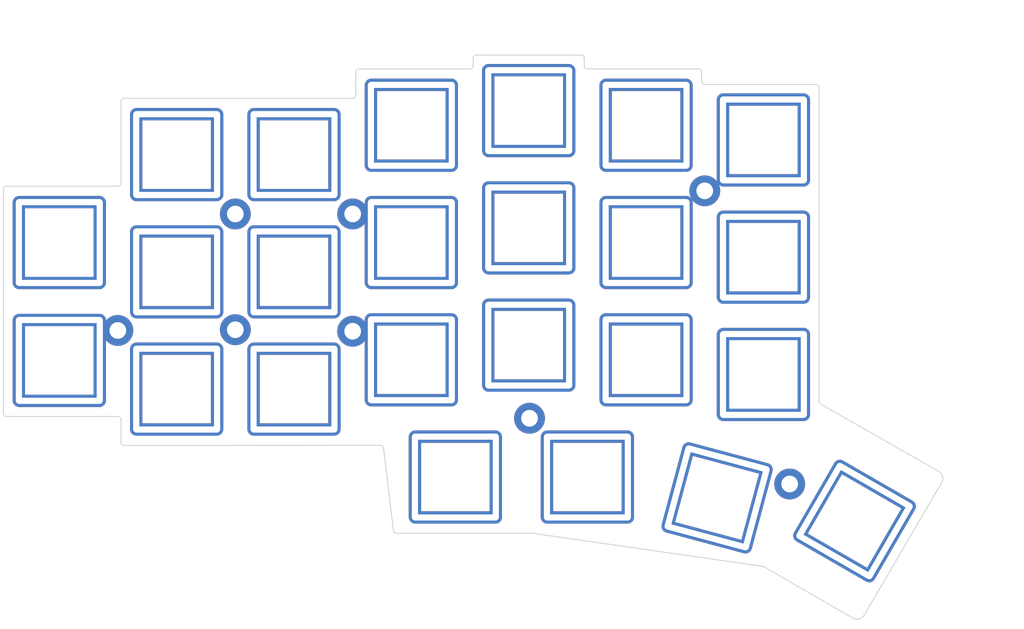
<source format=kicad_pcb>
(kicad_pcb (version 20171130) (host pcbnew "(5.1.9-10.11)")

  (general
    (thickness 1.6)
    (drawings 72)
    (tracks 0)
    (zones 0)
    (modules 32)
    (nets 8)
  )

  (page A4)
  (title_block
    (title "Corne Cherry")
    (date 2018-11-17)
    (rev 2.1)
    (company foostan)
  )

  (layers
    (0 F.Cu signal)
    (31 B.Cu signal)
    (32 B.Adhes user)
    (33 F.Adhes user)
    (34 B.Paste user)
    (35 F.Paste user)
    (36 B.SilkS user)
    (37 F.SilkS user)
    (38 B.Mask user)
    (39 F.Mask user)
    (40 Dwgs.User user)
    (41 Cmts.User user)
    (42 Eco1.User user)
    (43 Eco2.User user)
    (44 Edge.Cuts user)
    (45 Margin user)
    (46 B.CrtYd user)
    (47 F.CrtYd user)
    (48 B.Fab user)
    (49 F.Fab user)
  )

  (setup
    (last_trace_width 0.35)
    (user_trace_width 0.2)
    (user_trace_width 0.25)
    (user_trace_width 0.35)
    (user_trace_width 0.5)
    (user_trace_width 0.5)
    (trace_clearance 0.2)
    (zone_clearance 0.508)
    (zone_45_only yes)
    (trace_min 0.2)
    (via_size 0.6)
    (via_drill 0.4)
    (via_min_size 0.4)
    (via_min_drill 0.3)
    (user_via 0.7 0.4)
    (user_via 0.8 0.4)
    (uvia_size 0.3)
    (uvia_drill 0.1)
    (uvias_allowed no)
    (uvia_min_size 0.2)
    (uvia_min_drill 0.1)
    (edge_width 0.15)
    (segment_width 0.2)
    (pcb_text_width 0.3)
    (pcb_text_size 1.5 1.5)
    (mod_edge_width 0.15)
    (mod_text_size 1 1)
    (mod_text_width 0.15)
    (pad_size 5 5)
    (pad_drill 2.7)
    (pad_to_mask_clearance 0)
    (solder_mask_min_width 0.25)
    (aux_axis_origin 0 0)
    (grid_origin 49.25048 83.62598)
    (visible_elements 7FFFFFFF)
    (pcbplotparams
      (layerselection 0x010fc_ffffffff)
      (usegerberextensions true)
      (usegerberattributes false)
      (usegerberadvancedattributes false)
      (creategerberjobfile false)
      (excludeedgelayer true)
      (linewidth 0.100000)
      (plotframeref false)
      (viasonmask false)
      (mode 1)
      (useauxorigin false)
      (hpglpennumber 1)
      (hpglpenspeed 20)
      (hpglpendiameter 15.000000)
      (psnegative false)
      (psa4output false)
      (plotreference false)
      (plotvalue false)
      (plotinvisibletext false)
      (padsonsilk false)
      (subtractmaskfromsilk false)
      (outputformat 1)
      (mirror false)
      (drillshape 0)
      (scaleselection 1)
      (outputdirectory "gerber_fab3/"))
  )

  (net 0 "")
  (net 1 GND)
  (net 2 col0)
  (net 3 col1)
  (net 4 col2)
  (net 5 col3)
  (net 6 col4)
  (net 7 col5)

  (net_class Default "This is the default net class."
    (clearance 0.2)
    (trace_width 0.2)
    (via_dia 0.6)
    (via_drill 0.4)
    (uvia_dia 0.3)
    (uvia_drill 0.1)
    (add_net col0)
    (add_net col1)
    (add_net col2)
    (add_net col3)
    (add_net col4)
    (add_net col5)
  )

  (net_class Power ""
    (clearance 0.2)
    (trace_width 0.5)
    (via_dia 0.6)
    (via_drill 0.4)
    (uvia_dia 0.3)
    (uvia_drill 0.1)
  )

  (module SofleLib:CherryMX_Hole_2 (layer F.Cu) (tedit 60F3F737) (tstamp 60341985)
    (at 115.125 129.375 180)
    (path /60561775)
    (zone_connect 2)
    (fp_text reference SW24 (at 7.1 8.2) (layer F.SilkS) hide
      (effects (font (size 1 1) (thickness 0.15)))
    )
    (fp_text value SW_PUSH (at -4.8 8.3) (layer F.Fab) hide
      (effects (font (size 1 1) (thickness 0.15)))
    )
    (pad 1 thru_hole oval (at 0 6.55 180) (size 15 2) (drill oval 14 1) (layers *.Cu *.Mask)
      (net 4 col2) (zone_connect 2))
    (pad 1 thru_hole oval (at 0 -6.55 180) (size 15 2) (drill oval 14 1) (layers *.Cu *.Mask)
      (net 4 col2) (zone_connect 2))
    (pad 1 thru_hole oval (at 6.55 0 180) (size 2 15) (drill oval 1 14) (layers *.Cu *.Mask)
      (net 4 col2) (zone_connect 2))
    (pad 1 thru_hole oval (at -6.55 0 180) (size 2 15) (drill oval 1 14) (layers *.Cu *.Mask)
      (net 4 col2) (zone_connect 2))
  )

  (module SofleLib:CherryMX_Hole_2 (layer F.Cu) (tedit 60F3F737) (tstamp 5B887739)
    (at 179.75 136.5 240)
    (path /5A5E37B0)
    (zone_connect 2)
    (fp_text reference SW21 (at 7.1 8.2 240) (layer F.SilkS) hide
      (effects (font (size 1 1) (thickness 0.15)))
    )
    (fp_text value SW_PUSH (at -4.8 8.3 240) (layer F.Fab) hide
      (effects (font (size 1 1) (thickness 0.15)))
    )
    (pad 1 thru_hole oval (at 0 6.55 240) (size 15 2) (drill oval 14 1) (layers *.Cu *.Mask)
      (net 7 col5) (zone_connect 2))
    (pad 1 thru_hole oval (at 0 -6.55 240) (size 15 2) (drill oval 14 1) (layers *.Cu *.Mask)
      (net 7 col5) (zone_connect 2))
    (pad 1 thru_hole oval (at 6.55 0 240) (size 2 15) (drill oval 1 14) (layers *.Cu *.Mask)
      (net 7 col5) (zone_connect 2))
    (pad 1 thru_hole oval (at -6.55 0 240) (size 2 15) (drill oval 1 14) (layers *.Cu *.Mask)
      (net 7 col5) (zone_connect 2))
  )

  (module SofleLib:CherryMX_Hole_2 (layer F.Cu) (tedit 60F3F737) (tstamp 6031DE68)
    (at 51.00308 110.47378 180)
    (path /60316CE7)
    (zone_connect 2)
    (fp_text reference SW23 (at 7.1 8.2 180) (layer F.SilkS) hide
      (effects (font (size 1 1) (thickness 0.15)))
    )
    (fp_text value SW_PUSH (at -4.8 8.3 180) (layer F.Fab) hide
      (effects (font (size 1 1) (thickness 0.15)))
    )
    (pad 1 thru_hole oval (at 0 6.55 180) (size 15 2) (drill oval 14 1) (layers *.Cu *.Mask)
      (net 3 col1) (zone_connect 2))
    (pad 1 thru_hole oval (at 0 -6.55 180) (size 15 2) (drill oval 14 1) (layers *.Cu *.Mask)
      (net 3 col1) (zone_connect 2))
    (pad 1 thru_hole oval (at 6.55 0 180) (size 2 15) (drill oval 1 14) (layers *.Cu *.Mask)
      (net 3 col1) (zone_connect 2))
    (pad 1 thru_hole oval (at -6.55 0 180) (size 2 15) (drill oval 1 14) (layers *.Cu *.Mask)
      (net 3 col1) (zone_connect 2))
  )

  (module SofleLib:CherryMX_Hole_2 (layer F.Cu) (tedit 60F3F737) (tstamp 5D2C0D4E)
    (at 51 91.375 180)
    (path /5D43081D)
    (zone_connect 2)
    (fp_text reference SW22 (at 7.1 8.2 180) (layer F.SilkS) hide
      (effects (font (size 1 1) (thickness 0.15)))
    )
    (fp_text value SW_PUSH (at -4.8 8.3 180) (layer F.Fab) hide
      (effects (font (size 1 1) (thickness 0.15)))
    )
    (pad 1 thru_hole oval (at 0 6.55 180) (size 15 2) (drill oval 14 1) (layers *.Cu *.Mask)
      (net 2 col0) (zone_connect 2))
    (pad 1 thru_hole oval (at 0 -6.55 180) (size 15 2) (drill oval 14 1) (layers *.Cu *.Mask)
      (net 2 col0) (zone_connect 2))
    (pad 1 thru_hole oval (at 6.55 0 180) (size 2 15) (drill oval 1 14) (layers *.Cu *.Mask)
      (net 2 col0) (zone_connect 2))
    (pad 1 thru_hole oval (at -6.55 0 180) (size 2 15) (drill oval 1 14) (layers *.Cu *.Mask)
      (net 2 col0) (zone_connect 2))
  )

  (module SofleLib:CherryMX_Hole_2 (layer B.Cu) (tedit 60F3F737) (tstamp 5A91AF31)
    (at 157.5 132.75 345)
    (path /5A5E37A4)
    (zone_connect 2)
    (fp_text reference SW20 (at 7.1 -8.200001 345) (layer B.SilkS) hide
      (effects (font (size 1 1) (thickness 0.15)) (justify mirror))
    )
    (fp_text value SW_PUSH (at -4.8 -8.3 345) (layer B.Fab) hide
      (effects (font (size 1 1) (thickness 0.15)) (justify mirror))
    )
    (pad 1 thru_hole oval (at 0 -6.55 345) (size 15 2) (drill oval 14 1) (layers *.Cu *.Mask)
      (net 6 col4) (zone_connect 2))
    (pad 1 thru_hole oval (at 0 6.55 345) (size 15 2) (drill oval 14 1) (layers *.Cu *.Mask)
      (net 6 col4) (zone_connect 2))
    (pad 1 thru_hole oval (at 6.55 0 345) (size 2 15) (drill oval 1 14) (layers *.Cu *.Mask)
      (net 6 col4) (zone_connect 2))
    (pad 1 thru_hole oval (at -6.55 0 345) (size 2 15) (drill oval 1 14) (layers *.Cu *.Mask)
      (net 6 col4) (zone_connect 2))
  )

  (module SofleLib:CherryMX_Hole_2 (layer F.Cu) (tedit 60F3F737) (tstamp 5A91AF13)
    (at 136.5 129.375 180)
    (path /5A5E37EC)
    (zone_connect 2)
    (fp_text reference SW19 (at 7.1 8.2 180) (layer F.SilkS) hide
      (effects (font (size 1 1) (thickness 0.15)))
    )
    (fp_text value SW_PUSH (at -4.8 8.3 180) (layer F.Fab) hide
      (effects (font (size 1 1) (thickness 0.15)))
    )
    (pad 1 thru_hole oval (at 0 6.55 180) (size 15 2) (drill oval 14 1) (layers *.Cu *.Mask)
      (net 5 col3) (zone_connect 2))
    (pad 1 thru_hole oval (at 0 -6.55 180) (size 15 2) (drill oval 14 1) (layers *.Cu *.Mask)
      (net 5 col3) (zone_connect 2))
    (pad 1 thru_hole oval (at 6.55 0 180) (size 2 15) (drill oval 1 14) (layers *.Cu *.Mask)
      (net 5 col3) (zone_connect 2))
    (pad 1 thru_hole oval (at -6.55 0 180) (size 2 15) (drill oval 1 14) (layers *.Cu *.Mask)
      (net 5 col3) (zone_connect 2))
  )

  (module SofleLib:CherryMX_Hole_2 (layer F.Cu) (tedit 60F3F737) (tstamp 5A91AEF5)
    (at 165 112.75 180)
    (path /5A5E35D5)
    (zone_connect 2)
    (fp_text reference SW18 (at 7.1 8.2 180) (layer F.SilkS) hide
      (effects (font (size 1 1) (thickness 0.15)))
    )
    (fp_text value SW_PUSH (at -4.8 8.3 180) (layer F.Fab) hide
      (effects (font (size 1 1) (thickness 0.15)))
    )
    (pad 1 thru_hole oval (at 0 6.55 180) (size 15 2) (drill oval 14 1) (layers *.Cu *.Mask)
      (net 7 col5) (zone_connect 2))
    (pad 1 thru_hole oval (at 0 -6.55 180) (size 15 2) (drill oval 14 1) (layers *.Cu *.Mask)
      (net 7 col5) (zone_connect 2))
    (pad 1 thru_hole oval (at 6.55 0 180) (size 2 15) (drill oval 1 14) (layers *.Cu *.Mask)
      (net 7 col5) (zone_connect 2))
    (pad 1 thru_hole oval (at -6.55 0 180) (size 2 15) (drill oval 1 14) (layers *.Cu *.Mask)
      (net 7 col5) (zone_connect 2))
  )

  (module SofleLib:CherryMX_Hole_2 (layer F.Cu) (tedit 60F3F737) (tstamp 5A91AED7)
    (at 146 110.375 180)
    (path /5A5E35CF)
    (zone_connect 2)
    (fp_text reference SW17 (at 7.1 8.2 180) (layer F.SilkS) hide
      (effects (font (size 1 1) (thickness 0.15)))
    )
    (fp_text value SW_PUSH (at -4.8 8.3 180) (layer F.Fab) hide
      (effects (font (size 1 1) (thickness 0.15)))
    )
    (pad 1 thru_hole oval (at 0 6.55 180) (size 15 2) (drill oval 14 1) (layers *.Cu *.Mask)
      (net 6 col4) (zone_connect 2))
    (pad 1 thru_hole oval (at 0 -6.55 180) (size 15 2) (drill oval 14 1) (layers *.Cu *.Mask)
      (net 6 col4) (zone_connect 2))
    (pad 1 thru_hole oval (at 6.55 0 180) (size 2 15) (drill oval 1 14) (layers *.Cu *.Mask)
      (net 6 col4) (zone_connect 2))
    (pad 1 thru_hole oval (at -6.55 0 180) (size 2 15) (drill oval 1 14) (layers *.Cu *.Mask)
      (net 6 col4) (zone_connect 2))
  )

  (module SofleLib:CherryMX_Hole_2 (layer F.Cu) (tedit 60F3F737) (tstamp 5A91AEB9)
    (at 127 108 180)
    (path /5A5E35C9)
    (zone_connect 2)
    (fp_text reference SW16 (at 7.1 8.2 180) (layer F.SilkS) hide
      (effects (font (size 1 1) (thickness 0.15)))
    )
    (fp_text value SW_PUSH (at -4.8 8.3 180) (layer F.Fab) hide
      (effects (font (size 1 1) (thickness 0.15)))
    )
    (pad 1 thru_hole oval (at 0 6.55 180) (size 15 2) (drill oval 14 1) (layers *.Cu *.Mask)
      (net 5 col3) (zone_connect 2))
    (pad 1 thru_hole oval (at 0 -6.55 180) (size 15 2) (drill oval 14 1) (layers *.Cu *.Mask)
      (net 5 col3) (zone_connect 2))
    (pad 1 thru_hole oval (at 6.55 0 180) (size 2 15) (drill oval 1 14) (layers *.Cu *.Mask)
      (net 5 col3) (zone_connect 2))
    (pad 1 thru_hole oval (at -6.55 0 180) (size 2 15) (drill oval 1 14) (layers *.Cu *.Mask)
      (net 5 col3) (zone_connect 2))
  )

  (module SofleLib:CherryMX_Hole_2 (layer F.Cu) (tedit 60F3F737) (tstamp 5A91AE9B)
    (at 108 110.375 180)
    (path /5A5E35BD)
    (zone_connect 2)
    (fp_text reference SW15 (at 7.1 8.2 180) (layer F.SilkS) hide
      (effects (font (size 1 1) (thickness 0.15)))
    )
    (fp_text value SW_PUSH (at -4.8 8.3 180) (layer F.Fab) hide
      (effects (font (size 1 1) (thickness 0.15)))
    )
    (pad 1 thru_hole oval (at 0 6.55 180) (size 15 2) (drill oval 14 1) (layers *.Cu *.Mask)
      (net 4 col2) (zone_connect 2))
    (pad 1 thru_hole oval (at 0 -6.55 180) (size 15 2) (drill oval 14 1) (layers *.Cu *.Mask)
      (net 4 col2) (zone_connect 2))
    (pad 1 thru_hole oval (at 6.55 0 180) (size 2 15) (drill oval 1 14) (layers *.Cu *.Mask)
      (net 4 col2) (zone_connect 2))
    (pad 1 thru_hole oval (at -6.55 0 180) (size 2 15) (drill oval 1 14) (layers *.Cu *.Mask)
      (net 4 col2) (zone_connect 2))
  )

  (module SofleLib:CherryMX_Hole_2 (layer F.Cu) (tedit 60F3F737) (tstamp 5A91AE7D)
    (at 89 115.125 180)
    (path /5A5E35B1)
    (zone_connect 2)
    (fp_text reference SW14 (at 7.1 8.2 180) (layer F.SilkS) hide
      (effects (font (size 1 1) (thickness 0.15)))
    )
    (fp_text value SW_PUSH (at -4.8 8.3 180) (layer F.Fab) hide
      (effects (font (size 1 1) (thickness 0.15)))
    )
    (pad 1 thru_hole oval (at 0 6.55 180) (size 15 2) (drill oval 14 1) (layers *.Cu *.Mask)
      (net 3 col1) (zone_connect 2))
    (pad 1 thru_hole oval (at 0 -6.55 180) (size 15 2) (drill oval 14 1) (layers *.Cu *.Mask)
      (net 3 col1) (zone_connect 2))
    (pad 1 thru_hole oval (at 6.55 0 180) (size 2 15) (drill oval 1 14) (layers *.Cu *.Mask)
      (net 3 col1) (zone_connect 2))
    (pad 1 thru_hole oval (at -6.55 0 180) (size 2 15) (drill oval 1 14) (layers *.Cu *.Mask)
      (net 3 col1) (zone_connect 2))
  )

  (module SofleLib:CherryMX_Hole_2 (layer F.Cu) (tedit 60F3F737) (tstamp 5A91AE5F)
    (at 70 115.125 180)
    (path /5A5E35F9)
    (zone_connect 2)
    (fp_text reference SW13 (at 7.1 8.2 180) (layer F.SilkS) hide
      (effects (font (size 1 1) (thickness 0.15)))
    )
    (fp_text value SW_PUSH (at -4.8 8.3 180) (layer F.Fab) hide
      (effects (font (size 1 1) (thickness 0.15)))
    )
    (pad 1 thru_hole oval (at 0 6.55 180) (size 15 2) (drill oval 14 1) (layers *.Cu *.Mask)
      (net 2 col0) (zone_connect 2))
    (pad 1 thru_hole oval (at 0 -6.55 180) (size 15 2) (drill oval 14 1) (layers *.Cu *.Mask)
      (net 2 col0) (zone_connect 2))
    (pad 1 thru_hole oval (at 6.55 0 180) (size 2 15) (drill oval 1 14) (layers *.Cu *.Mask)
      (net 2 col0) (zone_connect 2))
    (pad 1 thru_hole oval (at -6.55 0 180) (size 2 15) (drill oval 1 14) (layers *.Cu *.Mask)
      (net 2 col0) (zone_connect 2))
  )

  (module SofleLib:CherryMX_Hole_2 (layer F.Cu) (tedit 60F3F737) (tstamp 5A91AE41)
    (at 165 93.75 180)
    (path /5A5E2D4A)
    (zone_connect 2)
    (fp_text reference SW12 (at 7.1 8.2 180) (layer F.SilkS) hide
      (effects (font (size 1 1) (thickness 0.15)))
    )
    (fp_text value SW_PUSH (at -4.8 8.3 180) (layer F.Fab) hide
      (effects (font (size 1 1) (thickness 0.15)))
    )
    (pad 1 thru_hole oval (at 0 6.55 180) (size 15 2) (drill oval 14 1) (layers *.Cu *.Mask)
      (net 7 col5) (zone_connect 2))
    (pad 1 thru_hole oval (at 0 -6.55 180) (size 15 2) (drill oval 14 1) (layers *.Cu *.Mask)
      (net 7 col5) (zone_connect 2))
    (pad 1 thru_hole oval (at 6.55 0 180) (size 2 15) (drill oval 1 14) (layers *.Cu *.Mask)
      (net 7 col5) (zone_connect 2))
    (pad 1 thru_hole oval (at -6.55 0 180) (size 2 15) (drill oval 1 14) (layers *.Cu *.Mask)
      (net 7 col5) (zone_connect 2))
  )

  (module SofleLib:CherryMX_Hole_2 (layer F.Cu) (tedit 60F3F737) (tstamp 5A91AE23)
    (at 146 91.375 180)
    (path /5A5E2D44)
    (zone_connect 2)
    (fp_text reference SW11 (at 7.1 8.2 180) (layer F.SilkS) hide
      (effects (font (size 1 1) (thickness 0.15)))
    )
    (fp_text value SW_PUSH (at -4.8 8.3 180) (layer F.Fab) hide
      (effects (font (size 1 1) (thickness 0.15)))
    )
    (pad 1 thru_hole oval (at 0 6.55 180) (size 15 2) (drill oval 14 1) (layers *.Cu *.Mask)
      (net 6 col4) (zone_connect 2))
    (pad 1 thru_hole oval (at 0 -6.55 180) (size 15 2) (drill oval 14 1) (layers *.Cu *.Mask)
      (net 6 col4) (zone_connect 2))
    (pad 1 thru_hole oval (at 6.55 0 180) (size 2 15) (drill oval 1 14) (layers *.Cu *.Mask)
      (net 6 col4) (zone_connect 2))
    (pad 1 thru_hole oval (at -6.55 0 180) (size 2 15) (drill oval 1 14) (layers *.Cu *.Mask)
      (net 6 col4) (zone_connect 2))
  )

  (module SofleLib:CherryMX_Hole_2 (layer F.Cu) (tedit 60F3F737) (tstamp 5A91AE05)
    (at 127 89 180)
    (path /5A5E2D3E)
    (zone_connect 2)
    (fp_text reference SW10 (at 7.1 8.2 180) (layer F.SilkS) hide
      (effects (font (size 1 1) (thickness 0.15)))
    )
    (fp_text value SW_PUSH (at -4.8 8.3 180) (layer F.Fab) hide
      (effects (font (size 1 1) (thickness 0.15)))
    )
    (pad 1 thru_hole oval (at 0 6.55 180) (size 15 2) (drill oval 14 1) (layers *.Cu *.Mask)
      (net 5 col3) (zone_connect 2))
    (pad 1 thru_hole oval (at 0 -6.55 180) (size 15 2) (drill oval 14 1) (layers *.Cu *.Mask)
      (net 5 col3) (zone_connect 2))
    (pad 1 thru_hole oval (at 6.55 0 180) (size 2 15) (drill oval 1 14) (layers *.Cu *.Mask)
      (net 5 col3) (zone_connect 2))
    (pad 1 thru_hole oval (at -6.55 0 180) (size 2 15) (drill oval 1 14) (layers *.Cu *.Mask)
      (net 5 col3) (zone_connect 2))
  )

  (module SofleLib:CherryMX_Hole_2 (layer F.Cu) (tedit 60F3F737) (tstamp 5A91ADE7)
    (at 108 91.375 180)
    (path /5A5E2D32)
    (zone_connect 2)
    (fp_text reference SW9 (at 7.1 8.2 180) (layer F.SilkS) hide
      (effects (font (size 1 1) (thickness 0.15)))
    )
    (fp_text value SW_PUSH (at -4.8 8.3 180) (layer F.Fab) hide
      (effects (font (size 1 1) (thickness 0.15)))
    )
    (pad 1 thru_hole oval (at 0 6.55 180) (size 15 2) (drill oval 14 1) (layers *.Cu *.Mask)
      (net 4 col2) (zone_connect 2))
    (pad 1 thru_hole oval (at 0 -6.55 180) (size 15 2) (drill oval 14 1) (layers *.Cu *.Mask)
      (net 4 col2) (zone_connect 2))
    (pad 1 thru_hole oval (at 6.55 0 180) (size 2 15) (drill oval 1 14) (layers *.Cu *.Mask)
      (net 4 col2) (zone_connect 2))
    (pad 1 thru_hole oval (at -6.55 0 180) (size 2 15) (drill oval 1 14) (layers *.Cu *.Mask)
      (net 4 col2) (zone_connect 2))
  )

  (module SofleLib:CherryMX_Hole_2 (layer F.Cu) (tedit 60F3F737) (tstamp 5A91ADC9)
    (at 89 96.125 180)
    (path /5A5E2D26)
    (zone_connect 2)
    (fp_text reference SW8 (at 7.1 8.2 180) (layer F.SilkS) hide
      (effects (font (size 1 1) (thickness 0.15)))
    )
    (fp_text value SW_PUSH (at -4.8 8.3 180) (layer F.Fab) hide
      (effects (font (size 1 1) (thickness 0.15)))
    )
    (pad 1 thru_hole oval (at 0 6.55 180) (size 15 2) (drill oval 14 1) (layers *.Cu *.Mask)
      (net 3 col1) (zone_connect 2))
    (pad 1 thru_hole oval (at 0 -6.55 180) (size 15 2) (drill oval 14 1) (layers *.Cu *.Mask)
      (net 3 col1) (zone_connect 2))
    (pad 1 thru_hole oval (at 6.55 0 180) (size 2 15) (drill oval 1 14) (layers *.Cu *.Mask)
      (net 3 col1) (zone_connect 2))
    (pad 1 thru_hole oval (at -6.55 0 180) (size 2 15) (drill oval 1 14) (layers *.Cu *.Mask)
      (net 3 col1) (zone_connect 2))
  )

  (module SofleLib:CherryMX_Hole_2 (layer F.Cu) (tedit 60F3F737) (tstamp 5A91ADAB)
    (at 70 96.125 180)
    (path /5A5E2D6E)
    (zone_connect 2)
    (fp_text reference SW7 (at 7.1 8.2 180) (layer F.SilkS) hide
      (effects (font (size 1 1) (thickness 0.15)))
    )
    (fp_text value SW_PUSH (at -4.8 8.3 180) (layer F.Fab) hide
      (effects (font (size 1 1) (thickness 0.15)))
    )
    (pad 1 thru_hole oval (at 0 6.55 180) (size 15 2) (drill oval 14 1) (layers *.Cu *.Mask)
      (net 2 col0) (zone_connect 2))
    (pad 1 thru_hole oval (at 0 -6.55 180) (size 15 2) (drill oval 14 1) (layers *.Cu *.Mask)
      (net 2 col0) (zone_connect 2))
    (pad 1 thru_hole oval (at 6.55 0 180) (size 2 15) (drill oval 1 14) (layers *.Cu *.Mask)
      (net 2 col0) (zone_connect 2))
    (pad 1 thru_hole oval (at -6.55 0 180) (size 2 15) (drill oval 1 14) (layers *.Cu *.Mask)
      (net 2 col0) (zone_connect 2))
  )

  (module SofleLib:CherryMX_Hole_2 (layer F.Cu) (tedit 60F3F737) (tstamp 5A91AD8D)
    (at 165 74.75 180)
    (path /5A5E295E)
    (zone_connect 2)
    (fp_text reference SW6 (at 7.1 8.2 180) (layer F.SilkS) hide
      (effects (font (size 1 1) (thickness 0.15)))
    )
    (fp_text value SW_PUSH (at -4.8 8.3 180) (layer F.Fab) hide
      (effects (font (size 1 1) (thickness 0.15)))
    )
    (pad 1 thru_hole oval (at 0 6.55 180) (size 15 2) (drill oval 14 1) (layers *.Cu *.Mask)
      (net 7 col5) (zone_connect 2))
    (pad 1 thru_hole oval (at 0 -6.55 180) (size 15 2) (drill oval 14 1) (layers *.Cu *.Mask)
      (net 7 col5) (zone_connect 2))
    (pad 1 thru_hole oval (at 6.55 0 180) (size 2 15) (drill oval 1 14) (layers *.Cu *.Mask)
      (net 7 col5) (zone_connect 2))
    (pad 1 thru_hole oval (at -6.55 0 180) (size 2 15) (drill oval 1 14) (layers *.Cu *.Mask)
      (net 7 col5) (zone_connect 2))
  )

  (module SofleLib:CherryMX_Hole_2 (layer F.Cu) (tedit 60F3F737) (tstamp 5A91AD6F)
    (at 146 72.375 180)
    (path /5A5E2933)
    (zone_connect 2)
    (fp_text reference SW5 (at 7.1 8.2 180) (layer F.SilkS) hide
      (effects (font (size 1 1) (thickness 0.15)))
    )
    (fp_text value SW_PUSH (at -4.8 8.3 180) (layer F.Fab) hide
      (effects (font (size 1 1) (thickness 0.15)))
    )
    (pad 1 thru_hole oval (at 0 6.55 180) (size 15 2) (drill oval 14 1) (layers *.Cu *.Mask)
      (net 6 col4) (zone_connect 2))
    (pad 1 thru_hole oval (at 0 -6.55 180) (size 15 2) (drill oval 14 1) (layers *.Cu *.Mask)
      (net 6 col4) (zone_connect 2))
    (pad 1 thru_hole oval (at 6.55 0 180) (size 2 15) (drill oval 1 14) (layers *.Cu *.Mask)
      (net 6 col4) (zone_connect 2))
    (pad 1 thru_hole oval (at -6.55 0 180) (size 2 15) (drill oval 1 14) (layers *.Cu *.Mask)
      (net 6 col4) (zone_connect 2))
  )

  (module SofleLib:CherryMX_Hole_2 (layer F.Cu) (tedit 60F3F737) (tstamp 5A91AD51)
    (at 127 70 180)
    (path /5A5E2908)
    (zone_connect 2)
    (fp_text reference SW4 (at 7.1 8.2 180) (layer F.SilkS) hide
      (effects (font (size 1 1) (thickness 0.15)))
    )
    (fp_text value SW_PUSH (at -4.8 8.3 180) (layer F.Fab) hide
      (effects (font (size 1 1) (thickness 0.15)))
    )
    (pad 1 thru_hole oval (at 0 6.55 180) (size 15 2) (drill oval 14 1) (layers *.Cu *.Mask)
      (net 5 col3) (zone_connect 2))
    (pad 1 thru_hole oval (at 0 -6.55 180) (size 15 2) (drill oval 14 1) (layers *.Cu *.Mask)
      (net 5 col3) (zone_connect 2))
    (pad 1 thru_hole oval (at 6.55 0 180) (size 2 15) (drill oval 1 14) (layers *.Cu *.Mask)
      (net 5 col3) (zone_connect 2))
    (pad 1 thru_hole oval (at -6.55 0 180) (size 2 15) (drill oval 1 14) (layers *.Cu *.Mask)
      (net 5 col3) (zone_connect 2))
  )

  (module SofleLib:CherryMX_Hole_2 (layer F.Cu) (tedit 60F3F737) (tstamp 5A91AD33)
    (at 108 72.375 180)
    (path /5A5E27F9)
    (zone_connect 2)
    (fp_text reference SW3 (at 7.1 8.2 180) (layer F.SilkS) hide
      (effects (font (size 1 1) (thickness 0.15)))
    )
    (fp_text value SW_PUSH (at -4.8 8.3 180) (layer F.Fab) hide
      (effects (font (size 1 1) (thickness 0.15)))
    )
    (pad 1 thru_hole oval (at 0 6.55 180) (size 15 2) (drill oval 14 1) (layers *.Cu *.Mask)
      (net 4 col2) (zone_connect 2))
    (pad 1 thru_hole oval (at 0 -6.55 180) (size 15 2) (drill oval 14 1) (layers *.Cu *.Mask)
      (net 4 col2) (zone_connect 2))
    (pad 1 thru_hole oval (at 6.55 0 180) (size 2 15) (drill oval 1 14) (layers *.Cu *.Mask)
      (net 4 col2) (zone_connect 2))
    (pad 1 thru_hole oval (at -6.55 0 180) (size 2 15) (drill oval 1 14) (layers *.Cu *.Mask)
      (net 4 col2) (zone_connect 2))
  )

  (module SofleLib:CherryMX_Hole_2 (layer F.Cu) (tedit 60F3F737) (tstamp 5A91AD15)
    (at 89 77.125 180)
    (path /5A5E2699)
    (zone_connect 2)
    (fp_text reference SW2 (at 7.1 8.2 180) (layer F.SilkS) hide
      (effects (font (size 1 1) (thickness 0.15)))
    )
    (fp_text value SW_PUSH (at -4.8 8.3 180) (layer F.Fab) hide
      (effects (font (size 1 1) (thickness 0.15)))
    )
    (pad 1 thru_hole oval (at 0 6.55 180) (size 15 2) (drill oval 14 1) (layers *.Cu *.Mask)
      (net 3 col1) (zone_connect 2))
    (pad 1 thru_hole oval (at 0 -6.55 180) (size 15 2) (drill oval 14 1) (layers *.Cu *.Mask)
      (net 3 col1) (zone_connect 2))
    (pad 1 thru_hole oval (at 6.55 0 180) (size 2 15) (drill oval 1 14) (layers *.Cu *.Mask)
      (net 3 col1) (zone_connect 2))
    (pad 1 thru_hole oval (at -6.55 0 180) (size 2 15) (drill oval 1 14) (layers *.Cu *.Mask)
      (net 3 col1) (zone_connect 2))
  )

  (module SofleLib:CherryMX_Hole_2 (layer F.Cu) (tedit 60F3F737) (tstamp 5A91ACF7)
    (at 70 77.125 180)
    (path /5A5E2B19)
    (zone_connect 2)
    (fp_text reference SW1 (at 7.1 8.2 180) (layer F.SilkS) hide
      (effects (font (size 1 1) (thickness 0.15)))
    )
    (fp_text value SW_PUSH (at -4.8 8.3 180) (layer F.Fab) hide
      (effects (font (size 1 1) (thickness 0.15)))
    )
    (pad 1 thru_hole oval (at 0 6.55 180) (size 15 2) (drill oval 14 1) (layers *.Cu *.Mask)
      (net 2 col0) (zone_connect 2))
    (pad 1 thru_hole oval (at 0 -6.55 180) (size 15 2) (drill oval 14 1) (layers *.Cu *.Mask)
      (net 2 col0) (zone_connect 2))
    (pad 1 thru_hole oval (at 6.55 0 180) (size 2 15) (drill oval 1 14) (layers *.Cu *.Mask)
      (net 2 col0) (zone_connect 2))
    (pad 1 thru_hole oval (at -6.55 0 180) (size 2 15) (drill oval 1 14) (layers *.Cu *.Mask)
      (net 2 col0) (zone_connect 2))
  )

  (module SofleLib:LEGO_HOLE (layer F.Cu) (tedit 60F3F186) (tstamp 60337C61)
    (at 60.47728 105.62238)
    (descr "Mounting Hole 2.2mm, no annular, M2")
    (tags "mounting hole 2.2mm no annular m2")
    (path /60541236)
    (attr virtual)
    (fp_text reference H10 (at 0 -3.2) (layer F.SilkS) hide
      (effects (font (size 1 1) (thickness 0.15)))
    )
    (fp_text value MountingHole (at 0 3.2) (layer F.Fab)
      (effects (font (size 1 1) (thickness 0.15)))
    )
    (fp_circle (center 0 0) (end 2.45 0) (layer F.CrtYd) (width 0.05))
    (fp_circle (center 0 0) (end 2.2 0) (layer Cmts.User) (width 0.15))
    (fp_text user %R (at 0.3 0) (layer F.Fab)
      (effects (font (size 1 1) (thickness 0.15)))
    )
    (pad "" thru_hole circle (at 0 0) (size 5 5) (drill 2.7) (layers *.Cu *.Mask))
  )

  (module SofleLib:LEGO_HOLE (layer F.Cu) (tedit 60F3F16F) (tstamp 5AAA7C1C)
    (at 98.5 105.75)
    (descr "Mounting Hole 2.2mm, no annular, M2")
    (tags "mounting hole 2.2mm no annular m2")
    (path /5D3381C5)
    (attr virtual)
    (fp_text reference H4 (at 0 -3.2) (layer F.SilkS) hide
      (effects (font (size 1 1) (thickness 0.15)))
    )
    (fp_text value MountingHole (at 0 3.2) (layer F.Fab)
      (effects (font (size 1 1) (thickness 0.15)))
    )
    (fp_circle (center 0 0) (end 2.45 0) (layer F.CrtYd) (width 0.05))
    (fp_circle (center 0 0) (end 2.2 0) (layer Cmts.User) (width 0.15))
    (fp_text user %R (at 0.3 0) (layer F.Fab)
      (effects (font (size 1 1) (thickness 0.15)))
    )
    (pad "" thru_hole circle (at 0 0) (size 5 5) (drill 2.7) (layers *.Cu *.Mask))
  )

  (module SofleLib:LEGO_HOLE (layer F.Cu) (tedit 60F3F166) (tstamp 5AAA7C08)
    (at 98.5 86.75)
    (descr "Mounting Hole 2.2mm, no annular, M2")
    (tags "mounting hole 2.2mm no annular m2")
    (path /5D323D8E)
    (attr virtual)
    (fp_text reference H3 (at 0 -3.2) (layer F.SilkS) hide
      (effects (font (size 1 1) (thickness 0.15)))
    )
    (fp_text value MountingHole (at 0 3.2) (layer F.Fab)
      (effects (font (size 1 1) (thickness 0.15)))
    )
    (fp_circle (center 0 0) (end 2.45 0) (layer F.CrtYd) (width 0.05))
    (fp_circle (center 0 0) (end 2.2 0) (layer Cmts.User) (width 0.15))
    (fp_text user %R (at 0.3 0) (layer F.Fab)
      (effects (font (size 1 1) (thickness 0.15)))
    )
    (pad "" thru_hole circle (at 0 0) (size 5 5) (drill 2.7) (layers *.Cu *.Mask))
  )

  (module SofleLib:LEGO_HOLE (layer F.Cu) (tedit 60F3F178) (tstamp 5AAA5A9F)
    (at 79.5 105.5)
    (descr "Mounting Hole 2.2mm, no annular, M2")
    (tags "mounting hole 2.2mm no annular m2")
    (path /5D30F845)
    (attr virtual)
    (fp_text reference H2 (at 0 -3.2) (layer F.SilkS) hide
      (effects (font (size 1 1) (thickness 0.15)))
    )
    (fp_text value MountingHole (at 0 3.2) (layer F.Fab)
      (effects (font (size 1 1) (thickness 0.15)))
    )
    (fp_circle (center 0 0) (end 2.45 0) (layer F.CrtYd) (width 0.05))
    (fp_circle (center 0 0) (end 2.2 0) (layer Cmts.User) (width 0.15))
    (fp_text user %R (at 0.3 0) (layer F.Fab)
      (effects (font (size 1 1) (thickness 0.15)))
    )
    (pad "" thru_hole circle (at 0 0) (size 5 5) (drill 2.7) (layers *.Cu *.Mask))
  )

  (module SofleLib:LEGO_HOLE (layer F.Cu) (tedit 60F3F17F) (tstamp 5AAA5A7C)
    (at 79.5 86.75)
    (descr "Mounting Hole 2.2mm, no annular, M2")
    (tags "mounting hole 2.2mm no annular m2")
    (path /5D30EA8B)
    (attr virtual)
    (fp_text reference H1 (at 0 -3.2) (layer F.SilkS) hide
      (effects (font (size 1 1) (thickness 0.15)))
    )
    (fp_text value MountingHole (at 0 3.2) (layer F.Fab)
      (effects (font (size 1 1) (thickness 0.15)))
    )
    (fp_circle (center 0 0) (end 2.45 0) (layer F.CrtYd) (width 0.05))
    (fp_circle (center 0 0) (end 2.2 0) (layer Cmts.User) (width 0.15))
    (fp_text user %R (at 0.3 0) (layer F.Fab)
      (effects (font (size 1 1) (thickness 0.15)))
    )
    (pad "" thru_hole circle (at 0 0) (size 5 5) (drill 2.7) (layers *.Cu *.Mask))
  )

  (module kbd:LEGO_HOLE (layer F.Cu) (tedit 60F3F142) (tstamp 5AAA7C39)
    (at 155.5 83)
    (descr "Mounting Hole 2.2mm, no annular, M2")
    (tags "mounting hole 2.2mm no annular m2")
    (path /5D360A0E)
    (attr virtual)
    (fp_text reference H6 (at 0 -3.2) (layer F.SilkS) hide
      (effects (font (size 1 1) (thickness 0.15)))
    )
    (fp_text value MountingHole (at 0 3.2) (layer F.Fab)
      (effects (font (size 1 1) (thickness 0.15)))
    )
    (fp_circle (center 0 0) (end 2.45 0) (layer F.CrtYd) (width 0.05))
    (fp_circle (center 0 0) (end 2.2 0) (layer Cmts.User) (width 0.15))
    (fp_text user %R (at 0.3 0) (layer F.Fab)
      (effects (font (size 1 1) (thickness 0.15)))
    )
    (pad "" thru_hole circle (at 0 0) (size 5 5) (drill 2.7) (layers *.Cu *.Mask))
  )

  (module kbd:LEGO_HOLE (layer F.Cu) (tedit 60F3F1CE) (tstamp 5AAA7C4A)
    (at 127.12548 119.85098)
    (descr "Mounting Hole 2.2mm, no annular, M2")
    (tags "mounting hole 2.2mm no annular m2")
    (path /5D34C5D1)
    (attr virtual)
    (fp_text reference H5 (at 0 -3.2) (layer F.SilkS) hide
      (effects (font (size 1 1) (thickness 0.15)))
    )
    (fp_text value MountingHole (at 0 3.2) (layer F.Fab)
      (effects (font (size 1 1) (thickness 0.15)))
    )
    (fp_circle (center 0 0) (end 2.45 0) (layer F.CrtYd) (width 0.05))
    (fp_circle (center 0 0) (end 2.2 0) (layer Cmts.User) (width 0.15))
    (fp_text user %R (at 0.3 0) (layer F.Fab)
      (effects (font (size 1 1) (thickness 0.15)))
    )
    (pad "" thru_hole circle (at 0 0) (size 5 5) (drill 2.7) (layers *.Cu *.Mask))
  )

  (module kbd:LEGO_HOLE (layer F.Cu) (tedit 60F3F0F3) (tstamp 5AAA7D53)
    (at 169.25 130.5)
    (descr "Mounting Hole 2.2mm, no annular, M2")
    (tags "mounting hole 2.2mm no annular m2")
    (path /5D374F95)
    (attr virtual)
    (fp_text reference H7 (at 0 -3.2) (layer F.SilkS) hide
      (effects (font (size 1 1) (thickness 0.15)))
    )
    (fp_text value MountingHole (at 0 3.2) (layer F.Fab)
      (effects (font (size 1 1) (thickness 0.15)))
    )
    (fp_circle (center 0 0) (end 2.45 0) (layer F.CrtYd) (width 0.05))
    (fp_circle (center 0 0) (end 2.2 0) (layer Cmts.User) (width 0.15))
    (fp_text user %R (at 0.3 0) (layer F.Fab)
      (effects (font (size 1 1) (thickness 0.15)))
    )
    (pad "" thru_hole circle (at 0 0) (size 5 5) (drill 2.7) (layers *.Cu *.Mask))
  )

  (gr_text "KHONSU v1.1\nbased on Joric design\nmodified by snark013" (at 170.20048 123.92598 180) (layer B.Mask)
    (effects (font (size 1 1) (thickness 0.15)) (justify mirror))
  )
  (gr_text "KHONSU v1.1\nbased on Joric design\nmodified by snark013" (at 170.75048 123.40098) (layer F.Mask)
    (effects (font (size 1 1) (thickness 0.175)))
  )
  (gr_arc (start 192.771837 129.582897) (end 193.846836 130.282896) (angle -95) (layer Edge.Cuts) (width 0.15))
  (gr_line (start 127.17048 119.85098) (end 127.16048 119.85098) (angle 90) (layer Eco2.User) (width 2.5) (tstamp 60D44ABE))
  (gr_line (start 60.45548 105.62598) (end 60.46548 105.62598) (angle 90) (layer Eco2.User) (width 2.5) (tstamp 60D44AA9))
  (dimension 93.5 (width 0.15) (layer Dwgs.User)
    (gr_text "93,500 мм" (at 205.82548 107.20098 270) (layer Dwgs.User)
      (effects (font (size 1 1) (thickness 0.15)))
    )
    (feature1 (pts (xy 133.92548 153.95098) (xy 205.111901 153.95098)))
    (feature2 (pts (xy 133.92548 60.45098) (xy 205.111901 60.45098)))
    (crossbar (pts (xy 204.52548 60.45098) (xy 204.52548 153.95098)))
    (arrow1a (pts (xy 204.52548 153.95098) (xy 203.939059 152.824476)))
    (arrow1b (pts (xy 204.52548 153.95098) (xy 205.111901 152.824476)))
    (arrow2a (pts (xy 204.52548 60.45098) (xy 203.939059 61.577484)))
    (arrow2b (pts (xy 204.52548 60.45098) (xy 205.111901 61.577484)))
  )
  (dimension 153.35 (width 0.15) (layer Dwgs.User)
    (gr_text "153,350 мм" (at 118.15048 52.77598) (layer Dwgs.User)
      (effects (font (size 1 1) (thickness 0.15)))
    )
    (feature1 (pts (xy 194.82548 91.47598) (xy 194.82548 53.489559)))
    (feature2 (pts (xy 41.47548 91.47598) (xy 41.47548 53.489559)))
    (crossbar (pts (xy 41.47548 54.07598) (xy 194.82548 54.07598)))
    (arrow1a (pts (xy 194.82548 54.07598) (xy 193.698976 54.662401)))
    (arrow1b (pts (xy 194.82548 54.07598) (xy 193.698976 53.489559)))
    (arrow2a (pts (xy 41.47548 54.07598) (xy 42.601984 54.662401)))
    (arrow2b (pts (xy 41.47548 54.07598) (xy 42.601984 53.489559)))
  )
  (gr_line (start 105.58768 138.48998) (end 127.377793 138.482118) (layer Edge.Cuts) (width 0.15))
  (gr_arc (start 105.58768 137.98998) (end 105.58768 138.48998) (angle 75.01900212) (layer Edge.Cuts) (width 0.15) (tstamp 60325CB0))
  (gr_arc (start 60.4332 120.12578) (end 60.4332 119.55898) (angle 90) (layer Edge.Cuts) (width 0.15) (tstamp 60303B78))
  (gr_line (start 61 123.75) (end 61 120.12578) (layer Edge.Cuts) (width 0.15))
  (gr_arc (start 60.4996 81.75) (end 60.9996 81.75) (angle 90) (layer Edge.Cuts) (width 0.15) (tstamp 5D2C3219))
  (gr_line (start 41.9496 119.05898) (end 41.9496 82.75) (angle 90) (layer Edge.Cuts) (width 0.15) (tstamp 5D2C276A))
  (gr_line (start 42.4496 119.55898) (end 60.4332 119.55898) (angle 90) (layer Edge.Cuts) (width 0.15) (tstamp 60303419))
  (gr_arc (start 42.4496 119.05898) (end 41.9496 119.05898) (angle -90) (layer Edge.Cuts) (width 0.15) (tstamp 5D2C270B))
  (gr_arc (start 42.4496 82.75) (end 41.9496 82.75) (angle 90) (layer Edge.Cuts) (width 0.15) (tstamp 5D2C248B))
  (gr_line (start 42.4496 82.25) (end 60.4996 82.25) (angle 90) (layer Edge.Cuts) (width 0.15) (tstamp 5D2C1F85))
  (gr_line (start 169.25 128.05) (end 169.25 132.950063) (layer F.Fab) (width 0.1) (tstamp 5B88C1AA))
  (gr_line (start 166.8 130.5) (end 171.7 130.5) (layer F.Fab) (width 0.1) (tstamp 5B88C1A9))
  (gr_line (start 122.75 120.3) (end 122.75 125.200063) (layer F.Fab) (width 0.1) (tstamp 5B88C1A6))
  (gr_line (start 120.3 122.75) (end 125.2 122.75) (layer F.Fab) (width 0.1) (tstamp 5B88C1A5))
  (gr_line (start 96.05 105.75) (end 100.95 105.75) (layer F.Fab) (width 0.1) (tstamp 5B88C1A2))
  (gr_line (start 98.5 103.3) (end 98.5 108.200063) (layer F.Fab) (width 0.1) (tstamp 5B88C1A1))
  (gr_line (start 79.5 103.05) (end 79.5 107.950063) (layer F.Fab) (width 0.1) (tstamp 5B88C19E))
  (gr_line (start 77.05 105.5) (end 81.95 105.5) (layer F.Fab) (width 0.1) (tstamp 5B88C19D))
  (gr_line (start 79.5 84.3) (end 79.5 89.200063) (layer F.Fab) (width 0.1) (tstamp 5B88C19A))
  (gr_line (start 77.05 86.75) (end 81.95 86.75) (layer F.Fab) (width 0.1) (tstamp 5B88C199))
  (gr_line (start 96.05 86.75) (end 100.95 86.75) (layer F.Fab) (width 0.1) (tstamp 5B88C196))
  (gr_line (start 98.5 84.3) (end 98.5 89.200063) (layer F.Fab) (width 0.1) (tstamp 5B88C195))
  (gr_line (start 153.05 83) (end 157.95 83) (layer F.Fab) (width 0.1))
  (gr_line (start 155.5 80.55) (end 155.5 85.450063) (layer F.Fab) (width 0.1))
  (gr_arc (start 180.14425 151.010957) (end 179.369251 152.160956) (angle -90.22347501) (layer Edge.Cuts) (width 0.15))
  (gr_arc (start 164.087404 147.16844) (end 165.075 143.9) (angle -11.21335546) (layer Edge.Cuts) (width 0.15))
  (gr_line (start 181.297263 151.781465) (end 193.846836 130.282896) (layer Edge.Cuts) (width 0.15))
  (gr_line (start 165.075 143.9) (end 179.369251 152.160956) (layer Edge.Cuts) (width 0.15))
  (gr_line (start 127.75 138.5) (end 164.420556 143.770344) (layer Edge.Cuts) (width 0.15))
  (gr_arc (start 127.444611 140.973963) (end 127.377793 138.482118) (angle 8.573050221) (layer Edge.Cuts) (width 0.15))
  (gr_line (start 103.483855 124.614545) (end 105.104674 138.119229) (angle 90) (layer Edge.Cuts) (width 0.15))
  (gr_line (start 169.26 130.5) (end 169.25 130.5) (angle 90) (layer Eco2.User) (width 2.5) (tstamp 5AAFF2CD))
  (gr_line (start 155.51 83) (end 155.5 83) (angle 90) (layer Eco2.User) (width 2.5) (tstamp 5AAFF245))
  (gr_line (start 98.51 105.75) (end 98.5 105.75) (angle 90) (layer Eco2.User) (width 2.5) (tstamp 5AAFF12E))
  (gr_line (start 98.51 86.75) (end 98.5 86.75) (angle 90) (layer Eco2.User) (width 2.5) (tstamp 5AAFF113))
  (gr_line (start 79.5 105.5) (end 79.51 105.5) (angle 90) (layer Eco2.User) (width 2.5) (tstamp 5AAFF0EB))
  (gr_line (start 79.5 86.75) (end 79.51 86.75) (angle 90) (layer Eco2.User) (width 2.5))
  (gr_line (start 174 66.25) (end 174 117.1) (angle 90) (layer Edge.Cuts) (width 0.15))
  (gr_arc (start 173.5 66.25) (end 173.5 65.75) (angle 90) (layer Edge.Cuts) (width 0.15))
  (gr_arc (start 174.5 117.1) (end 174 117.1) (angle -60) (layer Edge.Cuts) (width 0.15))
  (gr_line (start 193.37548 128.45098) (end 174.25 117.533013) (angle 90) (layer Edge.Cuts) (width 0.15))
  (gr_arc (start 103 124.74058) (end 103 124.24058) (angle 75.4) (layer Edge.Cuts) (width 0.15))
  (gr_arc (start 61.5 123.75) (end 61.5 124.25) (angle 90) (layer Edge.Cuts) (width 0.15))
  (gr_arc (start 61.5 68.5) (end 61 68.5) (angle 90) (layer Edge.Cuts) (width 0.15))
  (gr_arc (start 98.5 67.5) (end 99 67.5) (angle 90) (layer Edge.Cuts) (width 0.15))
  (gr_arc (start 99.5 63.75) (end 99 63.75) (angle 90) (layer Edge.Cuts) (width 0.15))
  (gr_arc (start 117.5 62.75) (end 118 62.75) (angle 90) (layer Edge.Cuts) (width 0.15))
  (gr_arc (start 118.5 61.5) (end 118 61.5) (angle 90) (layer Edge.Cuts) (width 0.15))
  (gr_arc (start 135.5 61.5) (end 135.5 61) (angle 90) (layer Edge.Cuts) (width 0.15))
  (gr_arc (start 136.5 62.75) (end 136.5 63.25) (angle 90) (layer Edge.Cuts) (width 0.15))
  (gr_arc (start 154.5 63.75) (end 154.5 63.25) (angle 90) (layer Edge.Cuts) (width 0.15))
  (gr_arc (start 155.5 65.25) (end 155.5 65.75) (angle 90) (layer Edge.Cuts) (width 0.15))
  (gr_line (start 103 124.24058) (end 80.5 124.25) (angle 90) (layer Edge.Cuts) (width 0.15))
  (gr_line (start 80.5 68) (end 61.5 68) (angle 90) (layer Edge.Cuts) (width 0.15))
  (gr_line (start 61.5 124.25) (end 80.5 124.25) (angle 90) (layer Edge.Cuts) (width 0.15))
  (gr_line (start 61 68.5) (end 60.9996 81.75) (angle 90) (layer Edge.Cuts) (width 0.15))
  (gr_line (start 98.5 68) (end 80.5 68) (angle 90) (layer Edge.Cuts) (width 0.15))
  (gr_line (start 99 63.75) (end 99 67.5) (angle 90) (layer Edge.Cuts) (width 0.15))
  (gr_line (start 117.5 63.25) (end 99.5 63.25) (angle 90) (layer Edge.Cuts) (width 0.15))
  (gr_line (start 118 61.5) (end 118 62.75) (angle 90) (layer Edge.Cuts) (width 0.15))
  (gr_line (start 135.5 61) (end 118.5 61) (angle 90) (layer Edge.Cuts) (width 0.15))
  (gr_line (start 136 62.75) (end 136 61.5) (angle 90) (layer Edge.Cuts) (width 0.15))
  (gr_line (start 154.5 63.25) (end 136.5 63.25) (angle 90) (layer Edge.Cuts) (width 0.15))
  (gr_line (start 155 65.25) (end 155 63.75) (angle 90) (layer Edge.Cuts) (width 0.15))
  (gr_line (start 173.5 65.75) (end 155.5 65.75) (angle 90) (layer Edge.Cuts) (width 0.15))

  (zone (net 1) (net_name GND) (layer B.Cu) (tstamp 60F4B54C) (hatch edge 0.508)
    (connect_pads (clearance 0.508))
    (min_thickness 0.254)
    (fill yes (arc_segments 16) (thermal_gap 0.508) (thermal_bridge_width 0.508))
    (polygon
      (pts
        (xy 174.02548 117.32598) (xy 174 67.9) (xy 174 65.7) (xy 155 65.7) (xy 155 63.2)
        (xy 136 63.2) (xy 136 60.9) (xy 118 60.9) (xy 118 63.2) (xy 98.8 63.2)
        (xy 98.9 67.9) (xy 60.7 68) (xy 60.748994 81.890007) (xy 41.828 82.017) (xy 41.889373 119.465495)
        (xy 60.878787 119.465266) (xy 60.9 124.7) (xy 103.12388 124.74858) (xy 104.77488 138.26138) (xy 127.76188 138.46458)
        (xy 164.8 144.6) (xy 180.5 153.6) (xy 194.75048 129.07598) (xy 185.47548 123.87598)
      )
    )
  )
  (zone (net 1) (net_name GND) (layer F.Cu) (tstamp 60F4B549) (hatch edge 0.508)
    (connect_pads (clearance 0.508))
    (min_thickness 0.254)
    (fill yes (arc_segments 16) (thermal_gap 0.508) (thermal_bridge_width 0.508))
    (polygon
      (pts
        (xy 174.07548 117.32598) (xy 174 67.9) (xy 174 65.7) (xy 155 65.7) (xy 155 63.2)
        (xy 136 63.2) (xy 136 60.9) (xy 118 60.9) (xy 118 63.2) (xy 98.8 63.2)
        (xy 98.9 67.9) (xy 60.7 68) (xy 60.751 81.89) (xy 41.828 82.017) (xy 42.114897 119.43998)
        (xy 60.958063 119.43998) (xy 60.9 124.7) (xy 103.17468 124.57078) (xy 104.82568 138.41378) (xy 127.73648 138.48998)
        (xy 164.7 144.5) (xy 180.5 153.7) (xy 195.05048 128.80098) (xy 185.65048 123.65098)
      )
    )
  )
)

</source>
